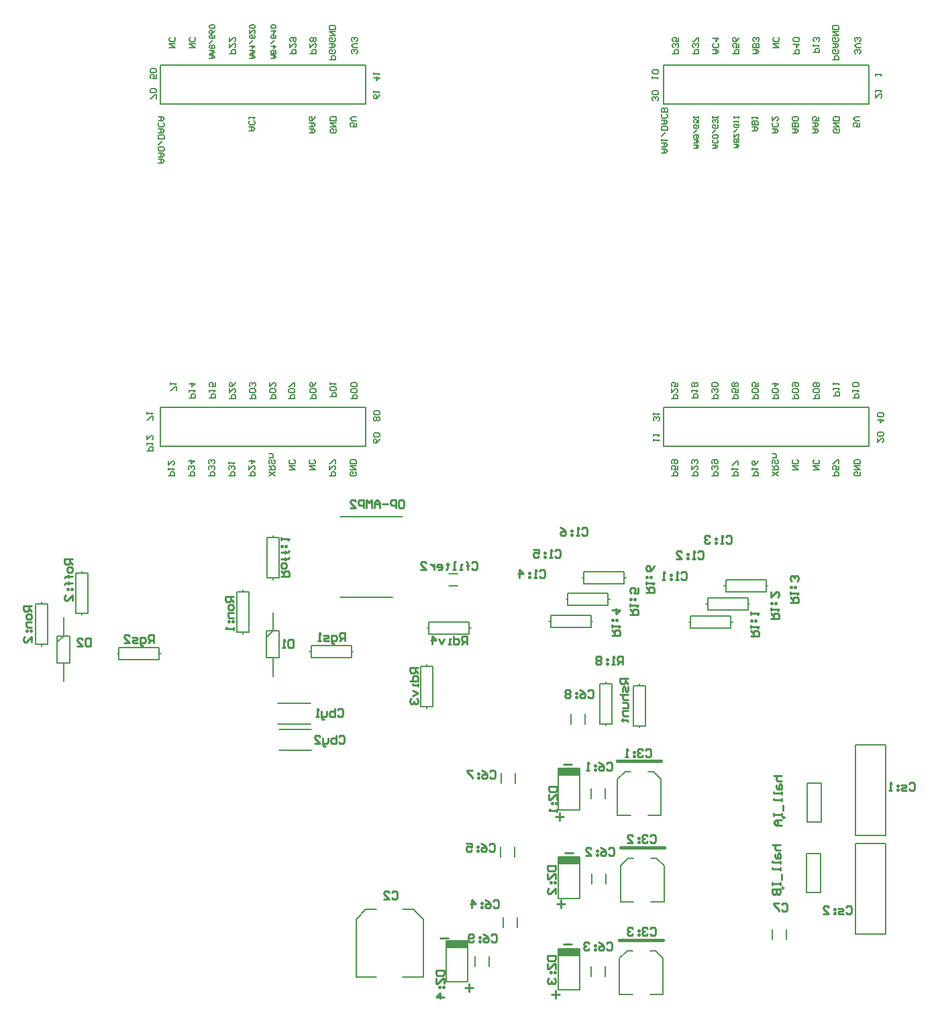
<source format=gbo>
G04*
G04 #@! TF.GenerationSoftware,Altium Limited,Altium Designer,21.2.2 (38)*
G04*
G04 Layer_Color=32896*
%FSLAX25Y25*%
%MOIN*%
G70*
G04*
G04 #@! TF.SameCoordinates,0CC3C9D5-6B2F-423D-8AA3-22EEB0D6369A*
G04*
G04*
G04 #@! TF.FilePolarity,Positive*
G04*
G01*
G75*
%ADD10C,0.00787*%
%ADD13C,0.00984*%
%ADD14C,0.01000*%
%ADD15C,0.00700*%
%ADD95C,0.01575*%
%ADD96C,0.00600*%
%ADD97R,0.10698X0.03736*%
D10*
X444512Y82827D02*
X447169D01*
X440673Y78988D02*
X444512Y82827D01*
X458488D02*
X462327Y78988D01*
X455831Y82827D02*
X458488D01*
X440673Y61173D02*
Y78988D01*
Y61173D02*
X447169D01*
X455831D02*
X462327D01*
Y78988D01*
X462000Y287250D02*
Y306750D01*
Y287250D02*
X564000D01*
Y306750D01*
X462000D02*
X564000D01*
X462000Y476750D02*
X564000D01*
Y457250D02*
Y476750D01*
X462000Y457250D02*
X564000D01*
X462000D02*
Y476750D01*
X212000Y287250D02*
Y306750D01*
X314000D01*
X212000Y287250D02*
X314000D01*
Y306750D01*
X212000Y457250D02*
Y476750D01*
X314000D01*
X212000Y457250D02*
X314000D01*
Y476750D01*
X433500Y169500D02*
X436500D01*
Y149500D02*
Y169500D01*
X430500Y149500D02*
X436500D01*
X430500D02*
Y169500D01*
X433500D01*
Y148600D02*
Y149500D01*
Y169500D02*
Y170400D01*
X450000Y168500D02*
X453000D01*
Y148500D02*
Y168500D01*
X447000Y148500D02*
X453000D01*
X447000D02*
Y168500D01*
X450000D01*
Y147600D02*
Y148500D01*
Y168500D02*
Y169400D01*
X415957Y149539D02*
Y154461D01*
X423043Y149539D02*
Y154461D01*
X533539Y100854D02*
X540461D01*
Y120146D01*
X533539D02*
X540461D01*
X533539Y100854D02*
Y120146D01*
X533039Y65854D02*
X539961D01*
Y85146D01*
X533039D02*
X539961D01*
X533039Y65854D02*
Y85146D01*
X434500Y208500D02*
Y211500D01*
X414500Y208500D02*
X434500D01*
X414500D02*
Y214500D01*
X434500D01*
Y211500D02*
Y214500D01*
X413600Y211500D02*
X414500D01*
X434500D02*
X435400D01*
X495500Y197000D02*
Y200000D01*
X475500Y197000D02*
X495500D01*
X475500D02*
Y203000D01*
X495500D01*
Y200000D02*
Y203000D01*
X474600Y200000D02*
X475500D01*
X495500D02*
X496400D01*
X504000Y206000D02*
Y209000D01*
X484000Y206000D02*
X504000D01*
X484000D02*
Y212000D01*
X504000D01*
Y209000D02*
Y212000D01*
X483100Y209000D02*
X484000D01*
X504000D02*
X504900D01*
X572500Y45000D02*
Y90000D01*
X557500Y45000D02*
X572500D01*
X557500D02*
Y90000D01*
X572500D01*
Y94000D02*
Y139000D01*
X557500Y94000D02*
X572500D01*
X557500D02*
Y139000D01*
X572500D01*
X523043Y42539D02*
Y47461D01*
X515957Y42539D02*
Y47461D01*
X442500Y222000D02*
X443400D01*
X421600D02*
X422500D01*
X442500D02*
Y225000D01*
X422500D02*
X442500D01*
X422500Y219000D02*
Y225000D01*
Y219000D02*
X442500D01*
Y222000D01*
X426000Y200500D02*
X426900D01*
X405100D02*
X406000D01*
X426000D02*
Y203500D01*
X406000D02*
X426000D01*
X406000Y197500D02*
Y203500D01*
Y197500D02*
X426000D01*
Y200500D01*
X513000Y218000D02*
X513900D01*
X492100D02*
X493000D01*
X513000D02*
Y221000D01*
X493000D02*
X513000D01*
X493000Y215000D02*
Y221000D01*
Y215000D02*
X513000D01*
Y218000D01*
X354146Y41736D02*
X364854D01*
X354146Y21264D02*
Y41736D01*
Y21264D02*
X364854D01*
Y41736D01*
X409646Y37736D02*
X420354D01*
X409646Y17264D02*
Y37736D01*
Y17264D02*
X420354D01*
Y37736D01*
X409646Y83236D02*
X420354D01*
X409646Y62764D02*
Y83236D01*
Y62764D02*
X420354D01*
Y83236D01*
X409646Y127236D02*
X420354D01*
X409646Y106764D02*
Y127236D01*
Y106764D02*
X420354D01*
Y127236D01*
X368457Y29039D02*
Y33961D01*
X375543Y29039D02*
Y33961D01*
X388543Y120039D02*
Y124961D01*
X381457Y120039D02*
Y124961D01*
X388043Y83539D02*
Y88461D01*
X380957Y83539D02*
Y88461D01*
X389543Y48539D02*
Y53461D01*
X382457Y48539D02*
Y53461D01*
X425957Y24039D02*
Y28961D01*
X433043Y24039D02*
Y28961D01*
X426457Y70039D02*
Y74961D01*
X433543Y70039D02*
Y74961D01*
X425957Y112539D02*
Y117461D01*
X433043Y112539D02*
Y117461D01*
X461827Y15173D02*
Y32988D01*
X455331Y15173D02*
X461827D01*
X440173D02*
X446669D01*
X440173D02*
Y32988D01*
X455331Y36827D02*
X457988D01*
X461827Y32988D01*
X440173D02*
X444012Y36827D01*
X446669D01*
X460827Y104173D02*
Y121988D01*
X454331Y104173D02*
X460827D01*
X439173D02*
X445669D01*
X439173D02*
Y121988D01*
X454331Y125827D02*
X456988D01*
X460827Y121988D01*
X439173D02*
X443012Y125827D01*
X445669D01*
X332496Y23768D02*
X342732D01*
X309268Y23768D02*
X319504D01*
X342732Y23768D02*
Y52311D01*
X332496Y57232D02*
X337811D01*
X309268Y23768D02*
Y52311D01*
X314189Y57232D02*
X319504D01*
X337811D02*
X342732Y52311D01*
X309268Y52311D02*
X314189Y57232D01*
X164000Y170642D02*
Y179795D01*
Y193181D02*
Y202335D01*
X160803Y189984D02*
X164000Y193181D01*
X160803D02*
X167197D01*
Y179795D02*
Y193181D01*
X160803Y179795D02*
X167197D01*
X160803D02*
Y193181D01*
X268000Y173165D02*
Y182319D01*
Y195705D02*
Y204858D01*
X264803Y192508D02*
X268000Y195705D01*
X264803D02*
X271197D01*
Y182319D02*
Y195705D01*
X264803Y182319D02*
X271197D01*
X264803D02*
Y195705D01*
X173000Y203600D02*
Y204500D01*
Y224500D02*
Y225400D01*
Y204500D02*
X176000D01*
Y224500D01*
X170000D02*
X176000D01*
X170000Y204500D02*
Y224500D01*
Y204500D02*
X173000D01*
X307000Y185500D02*
X307900D01*
X286100D02*
X287000D01*
X307000D02*
Y188500D01*
X287000D02*
X307000D01*
X287000Y182500D02*
Y188500D01*
Y182500D02*
X307000D01*
Y185500D01*
X253000Y194100D02*
Y195000D01*
Y215000D02*
Y215900D01*
Y195000D02*
X256000D01*
Y215000D01*
X250000D02*
X256000D01*
X250000Y195000D02*
Y215000D01*
Y195000D02*
X253000D01*
X268000Y221100D02*
Y222000D01*
Y242000D02*
Y242900D01*
Y222000D02*
X271000D01*
Y242000D01*
X265000D02*
X271000D01*
X265000Y222000D02*
Y242000D01*
Y222000D02*
X268000D01*
X153000Y188100D02*
Y189000D01*
Y209000D02*
Y209900D01*
Y189000D02*
X156000D01*
Y209000D01*
X150000D02*
X156000D01*
X150000Y189000D02*
Y209000D01*
Y189000D02*
X153000D01*
X211500Y184500D02*
X212400D01*
X190600D02*
X191500D01*
X211500D02*
Y187500D01*
X191500D02*
X211500D01*
X191500Y181500D02*
Y187500D01*
Y181500D02*
X211500D01*
Y184500D01*
X301508Y212500D02*
X327492D01*
X301508Y252500D02*
X332354D01*
X355335Y218047D02*
X359665D01*
X355335Y223953D02*
X359665D01*
X365500Y197000D02*
X366400D01*
X344600D02*
X345500D01*
X365500D02*
Y200000D01*
X345500D02*
X365500D01*
X345500Y194000D02*
Y200000D01*
Y194000D02*
X365500D01*
Y197000D01*
X344500Y157100D02*
Y158000D01*
Y178000D02*
Y178900D01*
Y158000D02*
X347500D01*
Y178000D01*
X341500D02*
X347500D01*
X341500Y158000D02*
Y178000D01*
Y158000D02*
X344500D01*
X270917Y136370D02*
X287083D01*
X270917Y146630D02*
X287083D01*
X270417Y149370D02*
X286583D01*
X270417Y159630D02*
X286583D01*
D13*
X522335Y103000D02*
G03*
X522335Y103000I-492J0D01*
G01*
X521835Y68000D02*
G03*
X521835Y68000I-492J0D01*
G01*
D14*
X351000Y43000D02*
X354999D01*
X363500Y18499D02*
X367499D01*
X365499Y20499D02*
Y16500D01*
X408500Y103499D02*
X412499D01*
X410499Y105499D02*
Y101500D01*
X409000Y59999D02*
X412999D01*
X410999Y61999D02*
Y58000D01*
X406500Y14999D02*
X410499D01*
X408499Y16999D02*
Y13000D01*
X412500Y40000D02*
X416499D01*
X412500Y129500D02*
X416499D01*
X413000Y85500D02*
X416999D01*
X444499Y172163D02*
X440501D01*
Y170164D01*
X441167Y169497D01*
X442500D01*
X443166Y170164D01*
Y172163D01*
Y170830D02*
X444499Y169497D01*
Y168165D02*
Y166165D01*
X443833Y165499D01*
X443166Y166165D01*
Y167498D01*
X442500Y168165D01*
X441834Y167498D01*
Y165499D01*
X440501Y164166D02*
X444499D01*
X442500D01*
X441834Y163499D01*
Y162167D01*
X442500Y161500D01*
X444499D01*
X441834Y160167D02*
X443833D01*
X444499Y159501D01*
Y157501D01*
X441834D01*
X444499Y156168D02*
X441834D01*
Y154169D01*
X442500Y153503D01*
X444499D01*
X441167Y151503D02*
X441834D01*
Y152170D01*
Y150837D01*
Y151503D01*
X443833D01*
X444499Y150837D01*
X147999Y207997D02*
X144001D01*
Y205998D01*
X144667Y205331D01*
X146000D01*
X146667Y205998D01*
Y207997D01*
Y206664D02*
X147999Y205331D01*
Y203332D02*
Y201999D01*
X147333Y201333D01*
X146000D01*
X145334Y201999D01*
Y203332D01*
X146000Y203998D01*
X147333D01*
X147999Y203332D01*
Y200000D02*
X145334D01*
Y198000D01*
X146000Y197334D01*
X147999D01*
X145334Y196001D02*
Y195334D01*
X146000D01*
Y196001D01*
X145334D01*
X147333D02*
Y195334D01*
X147999D01*
Y196001D01*
X147333D01*
X147999Y190003D02*
Y192669D01*
X145334Y190003D01*
X144667D01*
X144001Y190669D01*
Y192002D01*
X144667Y192669D01*
X248499Y212831D02*
X244501D01*
Y210831D01*
X245167Y210165D01*
X246500D01*
X247166Y210831D01*
Y212831D01*
Y211498D02*
X248499Y210165D01*
Y208166D02*
Y206833D01*
X247833Y206166D01*
X246500D01*
X245834Y206833D01*
Y208166D01*
X246500Y208832D01*
X247833D01*
X248499Y208166D01*
Y204833D02*
X245834D01*
Y202834D01*
X246500Y202167D01*
X248499D01*
X245834Y200834D02*
Y200168D01*
X246500D01*
Y200834D01*
X245834D01*
X247833D02*
Y200168D01*
X248499D01*
Y200834D01*
X247833D01*
X248499Y197502D02*
Y196169D01*
Y196836D01*
X244501D01*
X245167Y197502D01*
X168499Y231330D02*
X164501D01*
Y229331D01*
X165167Y228664D01*
X166500D01*
X167166Y229331D01*
Y231330D01*
Y229997D02*
X168499Y228664D01*
Y226665D02*
Y225332D01*
X167833Y224665D01*
X166500D01*
X165833Y225332D01*
Y226665D01*
X166500Y227331D01*
X167833D01*
X168499Y226665D01*
Y222666D02*
X165167D01*
X166500D01*
Y223333D01*
Y222000D01*
Y222666D01*
X165167D01*
X164501Y222000D01*
X168499Y219334D02*
X165167D01*
X166500D01*
Y220000D01*
Y218667D01*
Y219334D01*
X165167D01*
X164501Y218667D01*
X165833Y216668D02*
Y216002D01*
X166500D01*
Y216668D01*
X165833D01*
X167833D02*
Y216002D01*
X168499D01*
Y216668D01*
X167833D01*
X168499Y210670D02*
Y213336D01*
X165833Y210670D01*
X165167D01*
X164501Y211336D01*
Y212669D01*
X165167Y213336D01*
X272001Y222836D02*
X275999D01*
Y224836D01*
X275333Y225502D01*
X274000D01*
X273334Y224836D01*
Y222836D01*
Y224169D02*
X272001Y225502D01*
Y227502D02*
Y228835D01*
X272667Y229501D01*
X274000D01*
X274666Y228835D01*
Y227502D01*
X274000Y226835D01*
X272667D01*
X272001Y227502D01*
Y231500D02*
X275333D01*
X274000D01*
Y230834D01*
Y232167D01*
Y231500D01*
X275333D01*
X275999Y232167D01*
X272001Y234833D02*
X275333D01*
X274000D01*
Y234166D01*
Y235499D01*
Y234833D01*
X275333D01*
X275999Y235499D01*
X274666Y237498D02*
Y238165D01*
X274000D01*
Y237498D01*
X274666D01*
X272667D02*
Y238165D01*
X272001D01*
Y237498D01*
X272667D01*
X272001Y240831D02*
Y242163D01*
Y241497D01*
X275999D01*
X275333Y240831D01*
X208831Y189667D02*
Y193666D01*
X206832D01*
X206165Y192999D01*
Y191666D01*
X206832Y191000D01*
X208831D01*
X207498D02*
X206165Y189667D01*
X203499Y188334D02*
X202833D01*
X202167Y189001D01*
Y192333D01*
X204166D01*
X204832Y191666D01*
Y190333D01*
X204166Y189667D01*
X202167D01*
X200834D02*
X198834D01*
X198168Y190333D01*
X198834Y191000D01*
X200167D01*
X200834Y191666D01*
X200167Y192333D01*
X198168D01*
X194169Y189667D02*
X196835D01*
X194169Y192333D01*
Y192999D01*
X194835Y193666D01*
X196168D01*
X196835Y192999D01*
X303664Y190667D02*
Y194666D01*
X301665D01*
X300999Y193999D01*
Y192666D01*
X301665Y192000D01*
X303664D01*
X302332D02*
X300999Y190667D01*
X298333Y189334D02*
X297666D01*
X297000Y190001D01*
Y193333D01*
X298999D01*
X299666Y192666D01*
Y191333D01*
X298999Y190667D01*
X297000D01*
X295667D02*
X293668D01*
X293001Y191333D01*
X293668Y192000D01*
X295001D01*
X295667Y192666D01*
X295001Y193333D01*
X293001D01*
X291668Y190667D02*
X290335D01*
X291002D01*
Y194666D01*
X291668Y193999D01*
X364497Y189001D02*
Y192999D01*
X362498D01*
X361831Y192333D01*
Y191000D01*
X362498Y190333D01*
X364497D01*
X363164D02*
X361831Y189001D01*
X357833Y192999D02*
Y189001D01*
X359832D01*
X360498Y189667D01*
Y191000D01*
X359832Y191666D01*
X357833D01*
X356500Y189001D02*
X355167D01*
X355833D01*
Y191666D01*
X356500D01*
X353167D02*
X351835Y189001D01*
X350502Y191666D01*
X347169Y189001D02*
Y192999D01*
X349169Y191000D01*
X346503D01*
X339999Y177497D02*
X336001D01*
Y175498D01*
X336667Y174831D01*
X338000D01*
X338666Y175498D01*
Y177497D01*
Y176164D02*
X339999Y174831D01*
X336001Y170833D02*
X339999D01*
Y172832D01*
X339333Y173498D01*
X338000D01*
X337334Y172832D01*
Y170833D01*
X339999Y169500D02*
Y168167D01*
Y168833D01*
X337334D01*
Y169500D01*
Y166167D02*
X339999Y164834D01*
X337334Y163502D01*
X336667Y162169D02*
X336001Y161502D01*
Y160169D01*
X336667Y159503D01*
X337334D01*
X338000Y160169D01*
Y160836D01*
Y160169D01*
X338666Y159503D01*
X339333D01*
X339999Y160169D01*
Y161502D01*
X339333Y162169D01*
X441665Y179001D02*
Y182999D01*
X439665D01*
X438999Y182333D01*
Y181000D01*
X439665Y180333D01*
X441665D01*
X440332D02*
X438999Y179001D01*
X437666D02*
X436333D01*
X436999D01*
Y182999D01*
X437666Y182333D01*
X434334Y181667D02*
X433667D01*
Y181000D01*
X434334D01*
Y181667D01*
Y179667D02*
X433667D01*
Y179001D01*
X434334D01*
Y179667D01*
X431001Y182333D02*
X430335Y182999D01*
X429002D01*
X428336Y182333D01*
Y181667D01*
X429002Y181000D01*
X428336Y180333D01*
Y179667D01*
X429002Y179001D01*
X430335D01*
X431001Y179667D01*
Y180333D01*
X430335Y181000D01*
X431001Y181667D01*
Y182333D01*
X430335Y181000D02*
X429002D01*
X453501Y214836D02*
X457499D01*
Y216835D01*
X456833Y217501D01*
X455500D01*
X454834Y216835D01*
Y214836D01*
Y216168D02*
X453501Y217501D01*
Y218834D02*
Y220167D01*
Y219501D01*
X457499D01*
X456833Y218834D01*
X456166Y222166D02*
Y222833D01*
X455500D01*
Y222166D01*
X456166D01*
X454167D02*
Y222833D01*
X453501D01*
Y222166D01*
X454167D01*
X457499Y228165D02*
X456833Y226832D01*
X455500Y225499D01*
X454167D01*
X453501Y226165D01*
Y227498D01*
X454167Y228165D01*
X454834D01*
X455500Y227498D01*
Y225499D01*
X445501Y203836D02*
X449499D01*
Y205835D01*
X448833Y206501D01*
X447500D01*
X446834Y205835D01*
Y203836D01*
Y205168D02*
X445501Y206501D01*
Y207834D02*
Y209167D01*
Y208501D01*
X449499D01*
X448833Y207834D01*
X448166Y211167D02*
Y211833D01*
X447500D01*
Y211167D01*
X448166D01*
X446167D02*
Y211833D01*
X445501D01*
Y211167D01*
X446167D01*
X449499Y217164D02*
Y214499D01*
X447500D01*
X448166Y215832D01*
Y216498D01*
X447500Y217164D01*
X446167D01*
X445501Y216498D01*
Y215165D01*
X446167Y214499D01*
X436501Y193335D02*
X440499D01*
Y195335D01*
X439833Y196001D01*
X438500D01*
X437834Y195335D01*
Y193335D01*
Y194668D02*
X436501Y196001D01*
Y197334D02*
Y198667D01*
Y198001D01*
X440499D01*
X439833Y197334D01*
X439166Y200666D02*
Y201333D01*
X438500D01*
Y200666D01*
X439166D01*
X437167D02*
Y201333D01*
X436501D01*
Y200666D01*
X437167D01*
X436501Y205998D02*
X440499D01*
X438500Y203999D01*
Y206664D01*
X525001Y209836D02*
X528999D01*
Y211835D01*
X528333Y212501D01*
X527000D01*
X526334Y211835D01*
Y209836D01*
Y211168D02*
X525001Y212501D01*
Y213834D02*
Y215167D01*
Y214501D01*
X528999D01*
X528333Y213834D01*
X527666Y217166D02*
Y217833D01*
X527000D01*
Y217166D01*
X527666D01*
X525667D02*
Y217833D01*
X525001D01*
Y217166D01*
X525667D01*
X528333Y220499D02*
X528999Y221165D01*
Y222498D01*
X528333Y223165D01*
X527666D01*
X527000Y222498D01*
Y221832D01*
Y222498D01*
X526334Y223165D01*
X525667D01*
X525001Y222498D01*
Y221165D01*
X525667Y220499D01*
X515501Y201835D02*
X519499D01*
Y203835D01*
X518833Y204501D01*
X517500D01*
X516834Y203835D01*
Y201835D01*
Y203168D02*
X515501Y204501D01*
Y205834D02*
Y207167D01*
Y206501D01*
X519499D01*
X518833Y205834D01*
X518166Y209167D02*
Y209833D01*
X517500D01*
Y209167D01*
X518166D01*
X516167D02*
Y209833D01*
X515501D01*
Y209167D01*
X516167D01*
X515501Y215164D02*
Y212499D01*
X518166Y215164D01*
X518833D01*
X519499Y214498D01*
Y213165D01*
X518833Y212499D01*
X505501Y193002D02*
X509499D01*
Y195001D01*
X508833Y195668D01*
X507500D01*
X506834Y195001D01*
Y193002D01*
Y194335D02*
X505501Y195668D01*
Y197001D02*
Y198334D01*
Y197667D01*
X509499D01*
X508833Y197001D01*
X508166Y200333D02*
Y200999D01*
X507500D01*
Y200333D01*
X508166D01*
X506167D02*
Y200999D01*
X505501D01*
Y200333D01*
X506167D01*
X505501Y203665D02*
Y204998D01*
Y204332D01*
X509499D01*
X508833Y203665D01*
X331101Y260599D02*
X332434D01*
X333100Y259932D01*
Y257266D01*
X332434Y256600D01*
X331101D01*
X330434Y257266D01*
Y259932D01*
X331101Y260599D01*
X329101Y256600D02*
Y260599D01*
X327102D01*
X326435Y259932D01*
Y258599D01*
X327102Y257933D01*
X329101D01*
X325103Y258599D02*
X322437D01*
X321104Y256600D02*
Y259266D01*
X319771Y260599D01*
X318438Y259266D01*
Y256600D01*
Y258599D01*
X321104D01*
X317105Y256600D02*
Y260599D01*
X315772Y259266D01*
X314439Y260599D01*
Y256600D01*
X313106D02*
Y260599D01*
X311107D01*
X310441Y259932D01*
Y258599D01*
X311107Y257933D01*
X313106D01*
X306442Y256600D02*
X309108D01*
X306442Y259266D01*
Y259932D01*
X307108Y260599D01*
X308441D01*
X309108Y259932D01*
X516167Y89329D02*
X520166D01*
X518167D01*
X517500Y88663D01*
Y87330D01*
X518167Y86664D01*
X520166D01*
X517500Y84664D02*
Y83331D01*
X518167Y82665D01*
X520166D01*
Y84664D01*
X519500Y85331D01*
X518833Y84664D01*
Y82665D01*
X520166Y81332D02*
Y79999D01*
Y80665D01*
X516167D01*
Y81332D01*
X520166Y78000D02*
Y76667D01*
Y77333D01*
X516167D01*
Y78000D01*
X520833Y74667D02*
Y72002D01*
X516167Y70669D02*
Y69336D01*
Y70002D01*
X520166D01*
Y70669D01*
Y69336D01*
X516167Y67336D02*
X520166D01*
Y65337D01*
X519500Y64671D01*
X518833D01*
X518167Y65337D01*
Y67336D01*
Y65337D01*
X517500Y64671D01*
X516834D01*
X516167Y65337D01*
Y67336D01*
X516667Y123829D02*
X520666D01*
X518667D01*
X518000Y123163D01*
Y121830D01*
X518667Y121164D01*
X520666D01*
X518000Y119164D02*
Y117831D01*
X518667Y117165D01*
X520666D01*
Y119164D01*
X520000Y119831D01*
X519333Y119164D01*
Y117165D01*
X520666Y115832D02*
Y114499D01*
Y115165D01*
X516667D01*
Y115832D01*
X520666Y112500D02*
Y111167D01*
Y111833D01*
X516667D01*
Y112500D01*
X521333Y109167D02*
Y106502D01*
X516667Y105169D02*
Y103836D01*
Y104502D01*
X520666D01*
Y105169D01*
Y103836D01*
Y101836D02*
X518000D01*
X516667Y100504D01*
X518000Y99171D01*
X520666D01*
X518667D01*
Y101836D01*
X349001Y26998D02*
X352999D01*
Y24998D01*
X352333Y24332D01*
X349667D01*
X349001Y24998D01*
Y26998D01*
Y22999D02*
Y20333D01*
X349667D01*
X352333Y22999D01*
X352999D01*
Y20333D01*
X350333Y19000D02*
Y18334D01*
X351000D01*
Y19000D01*
X350333D01*
X352333D02*
Y18334D01*
X352999D01*
Y19000D01*
X352333D01*
X352999Y13669D02*
X349001D01*
X351000Y15668D01*
Y13002D01*
X404501Y34498D02*
X408499D01*
Y32498D01*
X407833Y31832D01*
X405167D01*
X404501Y32498D01*
Y34498D01*
Y30499D02*
Y27833D01*
X405167D01*
X407833Y30499D01*
X408499D01*
Y27833D01*
X405833Y26500D02*
Y25834D01*
X406500D01*
Y26500D01*
X405833D01*
X407833D02*
Y25834D01*
X408499D01*
Y26500D01*
X407833D01*
X405167Y23168D02*
X404501Y22502D01*
Y21169D01*
X405167Y20502D01*
X405833D01*
X406500Y21169D01*
Y21835D01*
Y21169D01*
X407166Y20502D01*
X407833D01*
X408499Y21169D01*
Y22502D01*
X407833Y23168D01*
X404501Y78998D02*
X408499D01*
Y76998D01*
X407833Y76332D01*
X405167D01*
X404501Y76998D01*
Y78998D01*
Y74999D02*
Y72333D01*
X405167D01*
X407833Y74999D01*
X408499D01*
Y72333D01*
X405833Y71000D02*
Y70334D01*
X406500D01*
Y71000D01*
X405833D01*
X407833D02*
Y70334D01*
X408499D01*
Y71000D01*
X407833D01*
X408499Y65002D02*
Y67668D01*
X405833Y65002D01*
X405167D01*
X404501Y65669D01*
Y67002D01*
X405167Y67668D01*
X405001Y118331D02*
X408999D01*
Y116332D01*
X408333Y115665D01*
X405667D01*
X405001Y116332D01*
Y118331D01*
Y114333D02*
Y111667D01*
X405667D01*
X408333Y114333D01*
X408999D01*
Y111667D01*
X406334Y110334D02*
Y109667D01*
X407000D01*
Y110334D01*
X406334D01*
X408333D02*
Y109667D01*
X408999D01*
Y110334D01*
X408333D01*
X408999Y107002D02*
Y105669D01*
Y106335D01*
X405001D01*
X405667Y107002D01*
X177332Y191999D02*
Y188001D01*
X175333D01*
X174667Y188667D01*
Y191333D01*
X175333Y191999D01*
X177332D01*
X170668Y188001D02*
X173334D01*
X170668Y190666D01*
Y191333D01*
X171334Y191999D01*
X172667D01*
X173334Y191333D01*
X278166Y191499D02*
Y187501D01*
X276166D01*
X275500Y188167D01*
Y190833D01*
X276166Y191499D01*
X278166D01*
X274167Y187501D02*
X272834D01*
X273501D01*
Y191499D01*
X274167Y190833D01*
X552832Y58333D02*
X553498Y58999D01*
X554831D01*
X555498Y58333D01*
Y55667D01*
X554831Y55001D01*
X553498D01*
X552832Y55667D01*
X551499Y55001D02*
X549500D01*
X548833Y55667D01*
X549500Y56334D01*
X550833D01*
X551499Y57000D01*
X550833Y57666D01*
X548833D01*
X547500D02*
X546834D01*
Y57000D01*
X547500D01*
Y57666D01*
Y55667D02*
X546834D01*
Y55001D01*
X547500D01*
Y55667D01*
X541502Y55001D02*
X544168D01*
X541502Y57666D01*
Y58333D01*
X542169Y58999D01*
X543502D01*
X544168Y58333D01*
X584165Y119833D02*
X584832Y120499D01*
X586165D01*
X586831Y119833D01*
Y117167D01*
X586165Y116501D01*
X584832D01*
X584165Y117167D01*
X582833Y116501D02*
X580833D01*
X580167Y117167D01*
X580833Y117833D01*
X582166D01*
X582833Y118500D01*
X582166Y119167D01*
X580167D01*
X578834D02*
X578167D01*
Y118500D01*
X578834D01*
Y119167D01*
Y117167D02*
X578167D01*
Y116501D01*
X578834D01*
Y117167D01*
X575502Y116501D02*
X574169D01*
X574835D01*
Y120499D01*
X575502Y119833D01*
X366830Y229333D02*
X367496Y229999D01*
X368829D01*
X369496Y229333D01*
Y226667D01*
X368829Y226001D01*
X367496D01*
X366830Y226667D01*
X364830Y226001D02*
Y229333D01*
Y228000D01*
X365497D01*
X364164D01*
X364830D01*
Y229333D01*
X364164Y229999D01*
X362164Y226001D02*
X360832D01*
X361498D01*
Y228666D01*
X362164D01*
X358832Y226001D02*
X357499D01*
X358166D01*
Y229999D01*
X358832D01*
X354834Y229333D02*
Y228666D01*
X355500D01*
X354167D01*
X354834D01*
Y226667D01*
X354167Y226001D01*
X350168D02*
X351501D01*
X352168Y226667D01*
Y228000D01*
X351501Y228666D01*
X350168D01*
X349502Y228000D01*
Y227334D01*
X352168D01*
X348169Y228666D02*
Y226001D01*
Y227334D01*
X347503Y228000D01*
X346836Y228666D01*
X346170D01*
X341505Y226001D02*
X344170D01*
X341505Y228666D01*
Y229333D01*
X342171Y229999D01*
X343504D01*
X344170Y229333D01*
X300665Y142999D02*
X301332Y143666D01*
X302664D01*
X303331Y142999D01*
Y140333D01*
X302664Y139667D01*
X301332D01*
X300665Y140333D01*
X299332Y143666D02*
Y139667D01*
X297333D01*
X296666Y140333D01*
Y141000D01*
Y141666D01*
X297333Y142333D01*
X299332D01*
X295334D02*
Y140333D01*
X294667Y139667D01*
X292668D01*
Y139001D01*
X293334Y138334D01*
X294001D01*
X292668Y139667D02*
Y142333D01*
X288669Y139667D02*
X291335D01*
X288669Y142333D01*
Y142999D01*
X289335Y143666D01*
X290668D01*
X291335Y142999D01*
X299999Y156499D02*
X300665Y157166D01*
X301998D01*
X302664Y156499D01*
Y153833D01*
X301998Y153167D01*
X300665D01*
X299999Y153833D01*
X298666Y157166D02*
Y153167D01*
X296666D01*
X296000Y153833D01*
Y154500D01*
Y155166D01*
X296666Y155833D01*
X298666D01*
X294667D02*
Y153833D01*
X294001Y153167D01*
X292001D01*
Y152501D01*
X292668Y151834D01*
X293334D01*
X292001Y153167D02*
Y155833D01*
X290668Y153167D02*
X289335D01*
X290002D01*
Y157166D01*
X290668Y156499D01*
X520666Y59833D02*
X521333Y60499D01*
X522666D01*
X523332Y59833D01*
Y57167D01*
X522666Y56501D01*
X521333D01*
X520666Y57167D01*
X519334Y60499D02*
X516668D01*
Y59833D01*
X519334Y57167D01*
Y56501D01*
X376332Y44333D02*
X376998Y44999D01*
X378331D01*
X378998Y44333D01*
Y41667D01*
X378331Y41001D01*
X376998D01*
X376332Y41667D01*
X372333Y44999D02*
X373666Y44333D01*
X374999Y43000D01*
Y41667D01*
X374333Y41001D01*
X373000D01*
X372333Y41667D01*
Y42334D01*
X373000Y43000D01*
X374999D01*
X371000Y43666D02*
X370334D01*
Y43000D01*
X371000D01*
Y43666D01*
Y41667D02*
X370334D01*
Y41001D01*
X371000D01*
Y41667D01*
X367668D02*
X367002Y41001D01*
X365669D01*
X365002Y41667D01*
Y44333D01*
X365669Y44999D01*
X367002D01*
X367668Y44333D01*
Y43666D01*
X367002Y43000D01*
X365002D01*
X424332Y165833D02*
X424998Y166499D01*
X426331D01*
X426998Y165833D01*
Y163167D01*
X426331Y162501D01*
X424998D01*
X424332Y163167D01*
X420333Y166499D02*
X421666Y165833D01*
X422999Y164500D01*
Y163167D01*
X422333Y162501D01*
X421000D01*
X420333Y163167D01*
Y163833D01*
X421000Y164500D01*
X422999D01*
X419000Y165166D02*
X418334D01*
Y164500D01*
X419000D01*
Y165166D01*
Y163167D02*
X418334D01*
Y162501D01*
X419000D01*
Y163167D01*
X415668Y165833D02*
X415002Y166499D01*
X413669D01*
X413002Y165833D01*
Y165166D01*
X413669Y164500D01*
X413002Y163833D01*
Y163167D01*
X413669Y162501D01*
X415002D01*
X415668Y163167D01*
Y163833D01*
X415002Y164500D01*
X415668Y165166D01*
Y165833D01*
X415002Y164500D02*
X413669D01*
X375832Y125833D02*
X376498Y126499D01*
X377831D01*
X378498Y125833D01*
Y123167D01*
X377831Y122501D01*
X376498D01*
X375832Y123167D01*
X371833Y126499D02*
X373166Y125833D01*
X374499Y124500D01*
Y123167D01*
X373833Y122501D01*
X372500D01*
X371833Y123167D01*
Y123834D01*
X372500Y124500D01*
X374499D01*
X370500Y125166D02*
X369834D01*
Y124500D01*
X370500D01*
Y125166D01*
Y123167D02*
X369834D01*
Y122501D01*
X370500D01*
Y123167D01*
X367168Y126499D02*
X364502D01*
Y125833D01*
X367168Y123167D01*
Y122501D01*
X375332Y89333D02*
X375998Y89999D01*
X377331D01*
X377998Y89333D01*
Y86667D01*
X377331Y86001D01*
X375998D01*
X375332Y86667D01*
X371333Y89999D02*
X372666Y89333D01*
X373999Y88000D01*
Y86667D01*
X373333Y86001D01*
X372000D01*
X371333Y86667D01*
Y87334D01*
X372000Y88000D01*
X373999D01*
X370000Y88666D02*
X369334D01*
Y88000D01*
X370000D01*
Y88666D01*
Y86667D02*
X369334D01*
Y86001D01*
X370000D01*
Y86667D01*
X364002Y89999D02*
X366668D01*
Y88000D01*
X365335Y88666D01*
X364669D01*
X364002Y88000D01*
Y86667D01*
X364669Y86001D01*
X366002D01*
X366668Y86667D01*
X377332Y61333D02*
X377998Y61999D01*
X379331D01*
X379998Y61333D01*
Y58667D01*
X379331Y58001D01*
X377998D01*
X377332Y58667D01*
X373333Y61999D02*
X374666Y61333D01*
X375999Y60000D01*
Y58667D01*
X375333Y58001D01*
X374000D01*
X373333Y58667D01*
Y59334D01*
X374000Y60000D01*
X375999D01*
X372000Y60666D02*
X371334D01*
Y60000D01*
X372000D01*
Y60666D01*
Y58667D02*
X371334D01*
Y58001D01*
X372000D01*
Y58667D01*
X366669Y58001D02*
Y61999D01*
X368668Y60000D01*
X366002D01*
X433832Y40333D02*
X434498Y40999D01*
X435831D01*
X436498Y40333D01*
Y37667D01*
X435831Y37001D01*
X434498D01*
X433832Y37667D01*
X429833Y40999D02*
X431166Y40333D01*
X432499Y39000D01*
Y37667D01*
X431833Y37001D01*
X430500D01*
X429833Y37667D01*
Y38334D01*
X430500Y39000D01*
X432499D01*
X428500Y39666D02*
X427834D01*
Y39000D01*
X428500D01*
Y39666D01*
Y37667D02*
X427834D01*
Y37001D01*
X428500D01*
Y37667D01*
X425168Y40333D02*
X424502Y40999D01*
X423169D01*
X422502Y40333D01*
Y39666D01*
X423169Y39000D01*
X423835D01*
X423169D01*
X422502Y38334D01*
Y37667D01*
X423169Y37001D01*
X424502D01*
X425168Y37667D01*
X434832Y87333D02*
X435498Y87999D01*
X436831D01*
X437498Y87333D01*
Y84667D01*
X436831Y84001D01*
X435498D01*
X434832Y84667D01*
X430833Y87999D02*
X432166Y87333D01*
X433499Y86000D01*
Y84667D01*
X432833Y84001D01*
X431500D01*
X430833Y84667D01*
Y85334D01*
X431500Y86000D01*
X433499D01*
X429500Y86666D02*
X428834D01*
Y86000D01*
X429500D01*
Y86666D01*
Y84667D02*
X428834D01*
Y84001D01*
X429500D01*
Y84667D01*
X423502Y84001D02*
X426168D01*
X423502Y86666D01*
Y87333D01*
X424169Y87999D01*
X425502D01*
X426168Y87333D01*
X433666Y129833D02*
X434332Y130499D01*
X435665D01*
X436331Y129833D01*
Y127167D01*
X435665Y126501D01*
X434332D01*
X433666Y127167D01*
X429667Y130499D02*
X431000Y129833D01*
X432333Y128500D01*
Y127167D01*
X431666Y126501D01*
X430333D01*
X429667Y127167D01*
Y127833D01*
X430333Y128500D01*
X432333D01*
X428334Y129166D02*
X427667D01*
Y128500D01*
X428334D01*
Y129166D01*
Y127167D02*
X427667D01*
Y126501D01*
X428334D01*
Y127167D01*
X425002Y126501D02*
X423669D01*
X424335D01*
Y130499D01*
X425002Y129833D01*
X455332Y47833D02*
X455998Y48499D01*
X457331D01*
X457998Y47833D01*
Y45167D01*
X457331Y44501D01*
X455998D01*
X455332Y45167D01*
X453999Y47833D02*
X453333Y48499D01*
X452000D01*
X451333Y47833D01*
Y47166D01*
X452000Y46500D01*
X452666D01*
X452000D01*
X451333Y45834D01*
Y45167D01*
X452000Y44501D01*
X453333D01*
X453999Y45167D01*
X450000Y47166D02*
X449334D01*
Y46500D01*
X450000D01*
Y47166D01*
Y45167D02*
X449334D01*
Y44501D01*
X450000D01*
Y45167D01*
X446668Y47833D02*
X446002Y48499D01*
X444669D01*
X444002Y47833D01*
Y47166D01*
X444669Y46500D01*
X445335D01*
X444669D01*
X444002Y45834D01*
Y45167D01*
X444669Y44501D01*
X446002D01*
X446668Y45167D01*
X455332Y93833D02*
X455998Y94499D01*
X457331D01*
X457998Y93833D01*
Y91167D01*
X457331Y90501D01*
X455998D01*
X455332Y91167D01*
X453999Y93833D02*
X453333Y94499D01*
X452000D01*
X451333Y93833D01*
Y93166D01*
X452000Y92500D01*
X452666D01*
X452000D01*
X451333Y91834D01*
Y91167D01*
X452000Y90501D01*
X453333D01*
X453999Y91167D01*
X450000Y93166D02*
X449334D01*
Y92500D01*
X450000D01*
Y93166D01*
Y91167D02*
X449334D01*
Y90501D01*
X450000D01*
Y91167D01*
X444002Y90501D02*
X446668D01*
X444002Y93166D01*
Y93833D01*
X444669Y94499D01*
X446002D01*
X446668Y93833D01*
X453165Y136333D02*
X453832Y136999D01*
X455165D01*
X455831Y136333D01*
Y133667D01*
X455165Y133001D01*
X453832D01*
X453165Y133667D01*
X451833Y136333D02*
X451166Y136999D01*
X449833D01*
X449167Y136333D01*
Y135667D01*
X449833Y135000D01*
X450500D01*
X449833D01*
X449167Y134334D01*
Y133667D01*
X449833Y133001D01*
X451166D01*
X451833Y133667D01*
X447834Y135667D02*
X447167D01*
Y135000D01*
X447834D01*
Y135667D01*
Y133667D02*
X447167D01*
Y133001D01*
X447834D01*
Y133667D01*
X444502Y133001D02*
X443169D01*
X443835D01*
Y136999D01*
X444502Y136333D01*
X327166Y65833D02*
X327833Y66499D01*
X329166D01*
X329832Y65833D01*
Y63167D01*
X329166Y62501D01*
X327833D01*
X327166Y63167D01*
X323168Y62501D02*
X325834D01*
X323168Y65166D01*
Y65833D01*
X323834Y66499D01*
X325167D01*
X325834Y65833D01*
X421499Y246333D02*
X422165Y246999D01*
X423498D01*
X424164Y246333D01*
Y243667D01*
X423498Y243001D01*
X422165D01*
X421499Y243667D01*
X420166Y243001D02*
X418833D01*
X419499D01*
Y246999D01*
X420166Y246333D01*
X416833Y245666D02*
X416167D01*
Y245000D01*
X416833D01*
Y245666D01*
Y243667D02*
X416167D01*
Y243001D01*
X416833D01*
Y243667D01*
X410836Y246999D02*
X412168Y246333D01*
X413501Y245000D01*
Y243667D01*
X412835Y243001D01*
X411502D01*
X410836Y243667D01*
Y244334D01*
X411502Y245000D01*
X413501D01*
X407999Y235333D02*
X408665Y235999D01*
X409998D01*
X410665Y235333D01*
Y232667D01*
X409998Y232001D01*
X408665D01*
X407999Y232667D01*
X406666Y232001D02*
X405333D01*
X405999D01*
Y235999D01*
X406666Y235333D01*
X403334Y234666D02*
X402667D01*
Y234000D01*
X403334D01*
Y234666D01*
Y232667D02*
X402667D01*
Y232001D01*
X403334D01*
Y232667D01*
X397336Y235999D02*
X400001D01*
Y234000D01*
X398668Y234666D01*
X398002D01*
X397336Y234000D01*
Y232667D01*
X398002Y232001D01*
X399335D01*
X400001Y232667D01*
X400499Y225333D02*
X401165Y225999D01*
X402498D01*
X403164Y225333D01*
Y222667D01*
X402498Y222001D01*
X401165D01*
X400499Y222667D01*
X399166Y222001D02*
X397833D01*
X398499D01*
Y225999D01*
X399166Y225333D01*
X395833Y224666D02*
X395167D01*
Y224000D01*
X395833D01*
Y224666D01*
Y222667D02*
X395167D01*
Y222001D01*
X395833D01*
Y222667D01*
X390502Y222001D02*
Y225999D01*
X392501Y224000D01*
X389836D01*
X492999Y242333D02*
X493665Y242999D01*
X494998D01*
X495665Y242333D01*
Y239667D01*
X494998Y239001D01*
X493665D01*
X492999Y239667D01*
X491666Y239001D02*
X490333D01*
X490999D01*
Y242999D01*
X491666Y242333D01*
X488334Y241666D02*
X487667D01*
Y241000D01*
X488334D01*
Y241666D01*
Y239667D02*
X487667D01*
Y239001D01*
X488334D01*
Y239667D01*
X485001Y242333D02*
X484335Y242999D01*
X483002D01*
X482336Y242333D01*
Y241666D01*
X483002Y241000D01*
X483668D01*
X483002D01*
X482336Y240334D01*
Y239667D01*
X483002Y239001D01*
X484335D01*
X485001Y239667D01*
X478999Y234833D02*
X479665Y235499D01*
X480998D01*
X481665Y234833D01*
Y232167D01*
X480998Y231501D01*
X479665D01*
X478999Y232167D01*
X477666Y231501D02*
X476333D01*
X476999D01*
Y235499D01*
X477666Y234833D01*
X474333Y234166D02*
X473667D01*
Y233500D01*
X474333D01*
Y234166D01*
Y232167D02*
X473667D01*
Y231501D01*
X474333D01*
Y232167D01*
X468335Y231501D02*
X471001D01*
X468335Y234166D01*
Y234833D01*
X469002Y235499D01*
X470335D01*
X471001Y234833D01*
X470832Y224333D02*
X471499Y224999D01*
X472832D01*
X473498Y224333D01*
Y221667D01*
X472832Y221001D01*
X471499D01*
X470832Y221667D01*
X469499Y221001D02*
X468166D01*
X468833D01*
Y224999D01*
X469499Y224333D01*
X466167Y223666D02*
X465501D01*
Y223000D01*
X466167D01*
Y223666D01*
Y221667D02*
X465501D01*
Y221001D01*
X466167D01*
Y221667D01*
X462835Y221001D02*
X461502D01*
X462168D01*
Y224999D01*
X462835Y224333D01*
D15*
X205500Y285188D02*
X208499D01*
Y286687D01*
X207999Y287187D01*
X206999D01*
X206500Y286687D01*
Y285188D01*
X205500Y288187D02*
Y289187D01*
Y288687D01*
X208499D01*
X207999Y288187D01*
X205500Y292686D02*
Y290686D01*
X207499Y292686D01*
X207999D01*
X208499Y292186D01*
Y291186D01*
X207999Y290686D01*
X208345Y300239D02*
Y302238D01*
X207845D01*
X205845Y300239D01*
X205346D01*
Y303238D02*
Y304238D01*
Y303738D01*
X208345D01*
X207845Y303238D01*
X308804Y274687D02*
X309304Y274187D01*
Y273188D01*
X308804Y272688D01*
X306805D01*
X306305Y273188D01*
Y274187D01*
X306805Y274687D01*
X307805D01*
Y273688D01*
X306305Y275687D02*
X309304D01*
X306305Y277686D01*
X309304D01*
Y278686D02*
X306305D01*
Y280186D01*
X306805Y280685D01*
X308804D01*
X309304Y280186D01*
Y278686D01*
X559304Y274687D02*
X559804Y274187D01*
Y273188D01*
X559304Y272688D01*
X557305D01*
X556805Y273188D01*
Y274187D01*
X557305Y274687D01*
X558305D01*
Y273688D01*
X556805Y275687D02*
X559804D01*
X556805Y277686D01*
X559804D01*
Y278686D02*
X556805D01*
Y280186D01*
X557305Y280685D01*
X559304D01*
X559804Y280186D01*
Y278686D01*
X559499Y482497D02*
X559999Y482997D01*
Y483997D01*
X559499Y484496D01*
X558999D01*
X558499Y483997D01*
Y483497D01*
Y483997D01*
X558000Y484496D01*
X557500D01*
X557000Y483997D01*
Y482997D01*
X557500Y482497D01*
X559999Y485496D02*
X558000D01*
X557000Y486496D01*
X558000Y487496D01*
X559999D01*
X559499Y488495D02*
X559999Y488995D01*
Y489995D01*
X559499Y490494D01*
X558999D01*
X558499Y489995D01*
Y489495D01*
Y489995D01*
X558000Y490494D01*
X557500D01*
X557000Y489995D01*
Y488995D01*
X557500Y488495D01*
X559304Y448158D02*
Y446159D01*
X557805D01*
X558305Y447159D01*
Y447659D01*
X557805Y448158D01*
X556805D01*
X556305Y447659D01*
Y446659D01*
X556805Y446159D01*
X559304Y449158D02*
X557305D01*
X556305Y450158D01*
X557305Y451158D01*
X559304D01*
X548999Y445159D02*
X549499Y444660D01*
Y443660D01*
X548999Y443160D01*
X547000D01*
X546500Y443660D01*
Y444660D01*
X547000Y445159D01*
X547999D01*
Y444160D01*
X546500Y446159D02*
X549499D01*
X546500Y448158D01*
X549499D01*
Y449158D02*
X546500D01*
Y450658D01*
X547000Y451158D01*
X548999D01*
X549499Y450658D01*
Y449158D01*
X309499Y482497D02*
X309999Y482997D01*
Y483997D01*
X309499Y484496D01*
X308999D01*
X308500Y483997D01*
Y483497D01*
Y483997D01*
X308000Y484496D01*
X307500D01*
X307000Y483997D01*
Y482997D01*
X307500Y482497D01*
X309999Y485496D02*
X308000D01*
X307000Y486496D01*
X308000Y487496D01*
X309999D01*
X309499Y488495D02*
X309999Y488995D01*
Y489995D01*
X309499Y490494D01*
X308999D01*
X308500Y489995D01*
Y489495D01*
Y489995D01*
X308000Y490494D01*
X307500D01*
X307000Y489995D01*
Y488995D01*
X307500Y488495D01*
X309304Y448158D02*
Y446159D01*
X307805D01*
X308305Y447159D01*
Y447659D01*
X307805Y448158D01*
X306805D01*
X306305Y447659D01*
Y446659D01*
X306805Y446159D01*
X309304Y449158D02*
X307305D01*
X306305Y450158D01*
X307305Y451158D01*
X309304D01*
X298999Y445159D02*
X299499Y444660D01*
Y443660D01*
X298999Y443160D01*
X297000D01*
X296500Y443660D01*
Y444660D01*
X297000Y445159D01*
X298000D01*
Y444160D01*
X296500Y446159D02*
X299499D01*
X296500Y448158D01*
X299499D01*
Y449158D02*
X296500D01*
Y450658D01*
X297000Y451158D01*
X298999D01*
X299499Y450658D01*
Y449158D01*
X567500Y471500D02*
Y472500D01*
Y472000D01*
X570499D01*
X569999Y471500D01*
X567500Y462499D02*
Y460500D01*
X569499Y462499D01*
X569999D01*
X570499Y462000D01*
Y461000D01*
X569999Y460500D01*
X567500Y463499D02*
Y464499D01*
Y463999D01*
X570499D01*
X569999Y463499D01*
X456500Y470000D02*
Y471000D01*
Y470500D01*
X459499D01*
X458999Y470000D01*
Y472499D02*
X459499Y472999D01*
Y473999D01*
X458999Y474499D01*
X457000D01*
X456500Y473999D01*
Y472999D01*
X457000Y472499D01*
X458999D01*
Y459000D02*
X459499Y459500D01*
Y460499D01*
X458999Y460999D01*
X458499D01*
X458000Y460499D01*
Y460000D01*
Y460499D01*
X457500Y460999D01*
X457000D01*
X456500Y460499D01*
Y459500D01*
X457000Y459000D01*
X458999Y461999D02*
X459499Y462499D01*
Y463498D01*
X458999Y463998D01*
X457000D01*
X456500Y463498D01*
Y462499D01*
X457000Y461999D01*
X458999D01*
X568305Y291499D02*
Y289500D01*
X570305Y291499D01*
X570804D01*
X571304Y291000D01*
Y290000D01*
X570804Y289500D01*
Y292499D02*
X571304Y292999D01*
Y293999D01*
X570804Y294498D01*
X568805D01*
X568305Y293999D01*
Y292999D01*
X568805Y292499D01*
X570804D01*
X568305Y300500D02*
X571304D01*
X569805Y299000D01*
Y300999D01*
X570804Y301999D02*
X571304Y302499D01*
Y303499D01*
X570804Y303998D01*
X568805D01*
X568305Y303499D01*
Y302499D01*
X568805Y301999D01*
X570804D01*
X457000Y290000D02*
Y291000D01*
Y290500D01*
X459999D01*
X459499Y290000D01*
X457000Y292499D02*
Y293499D01*
Y292999D01*
X459999D01*
X459499Y292499D01*
Y300000D02*
X459999Y300500D01*
Y301500D01*
X459499Y301999D01*
X458999D01*
X458499Y301500D01*
Y301000D01*
Y301500D01*
X458000Y301999D01*
X457500D01*
X457000Y301500D01*
Y300500D01*
X457500Y300000D01*
X457000Y302999D02*
Y303999D01*
Y303499D01*
X459999D01*
X459499Y302999D01*
X209999Y460000D02*
Y461999D01*
X209499D01*
X207500Y460000D01*
X207000D01*
X209499Y462999D02*
X209999Y463499D01*
Y464499D01*
X209499Y464998D01*
X207500D01*
X207000Y464499D01*
Y463499D01*
X207500Y462999D01*
X209499D01*
X209999Y471999D02*
Y470000D01*
X208500D01*
X208999Y471000D01*
Y471499D01*
X208500Y471999D01*
X207500D01*
X207000Y471499D01*
Y470500D01*
X207500Y470000D01*
X209499Y472999D02*
X209999Y473499D01*
Y474499D01*
X209499Y474998D01*
X207500D01*
X207000Y474499D01*
Y473499D01*
X207500Y472999D01*
X209499D01*
X320999Y461999D02*
X320499Y461000D01*
X319499Y460000D01*
X318500D01*
X318000Y460500D01*
Y461500D01*
X318500Y461999D01*
X319000D01*
X319499Y461500D01*
Y460000D01*
X318000Y462999D02*
Y463999D01*
Y463499D01*
X320999D01*
X320499Y462999D01*
X318000Y470500D02*
X320999D01*
X319499Y469000D01*
Y470999D01*
X318000Y471999D02*
Y472999D01*
Y472499D01*
X320999D01*
X320499Y471999D01*
X219999Y315016D02*
Y317016D01*
X219499D01*
X217500Y315016D01*
X217000D01*
Y318015D02*
Y319015D01*
Y318515D01*
X219999D01*
X219499Y318015D01*
X320499Y300000D02*
X320999Y300500D01*
Y301500D01*
X320499Y301999D01*
X319999D01*
X319499Y301500D01*
X319000Y301999D01*
X318500D01*
X318000Y301500D01*
Y300500D01*
X318500Y300000D01*
X319000D01*
X319499Y300500D01*
X319999Y300000D01*
X320499D01*
X319499Y300500D02*
Y301500D01*
X320499Y302999D02*
X320999Y303499D01*
Y304499D01*
X320499Y304998D01*
X318500D01*
X318000Y304499D01*
Y303499D01*
X318500Y302999D01*
X320499D01*
X320999Y290999D02*
X320499Y290000D01*
X319499Y289000D01*
X318500D01*
X318000Y289500D01*
Y290499D01*
X318500Y290999D01*
X319000D01*
X319499Y290499D01*
Y289000D01*
X320499Y291999D02*
X320999Y292499D01*
Y293498D01*
X320499Y293998D01*
X318500D01*
X318000Y293498D01*
Y292499D01*
X318500Y291999D01*
X320499D01*
X546000Y272688D02*
X548999D01*
Y274187D01*
X548499Y274687D01*
X547500D01*
X547000Y274187D01*
Y272688D01*
X548999Y277686D02*
Y275687D01*
X547500D01*
X547999Y276687D01*
Y277186D01*
X547500Y277686D01*
X546500D01*
X546000Y277186D01*
Y276187D01*
X546500Y275687D01*
X548999Y278686D02*
Y280685D01*
X548499D01*
X546500Y278686D01*
X546000D01*
X536500Y275687D02*
X539499D01*
X536500Y277686D01*
X539499D01*
X538999Y280685D02*
X539499Y280186D01*
Y279186D01*
X538999Y278686D01*
X537000D01*
X536500Y279186D01*
Y280186D01*
X537000Y280685D01*
X526000Y275687D02*
X528999D01*
X526000Y277686D01*
X528999D01*
X528499Y280685D02*
X528999Y280186D01*
Y279186D01*
X528499Y278686D01*
X526500D01*
X526000Y279186D01*
Y280186D01*
X526500Y280685D01*
X518999Y272688D02*
X516000Y274687D01*
X518999D02*
X516000Y272688D01*
Y275687D02*
X518999D01*
Y277186D01*
X518499Y277686D01*
X517499D01*
X517000Y277186D01*
Y275687D01*
Y276687D02*
X516000Y277686D01*
X518499Y280685D02*
X518999Y280186D01*
Y279186D01*
X518499Y278686D01*
X517999D01*
X517499Y279186D01*
Y280186D01*
X517000Y280685D01*
X516500D01*
X516000Y280186D01*
Y279186D01*
X516500Y278686D01*
X516000Y281685D02*
X517999D01*
Y283185D01*
X517499Y283684D01*
X516000D01*
X506000Y272688D02*
X508999D01*
Y274187D01*
X508499Y274687D01*
X507500D01*
X507000Y274187D01*
Y272688D01*
X506000Y275687D02*
Y276687D01*
Y276187D01*
X508999D01*
X508499Y275687D01*
X508999Y280186D02*
X508499Y279186D01*
X507500Y278186D01*
X506500D01*
X506000Y278686D01*
Y279686D01*
X506500Y280186D01*
X507000D01*
X507500Y279686D01*
Y278186D01*
X496000Y272688D02*
X498999D01*
Y274187D01*
X498499Y274687D01*
X497500D01*
X497000Y274187D01*
Y272688D01*
X496000Y275687D02*
Y276687D01*
Y276187D01*
X498999D01*
X498499Y275687D01*
X498999Y278186D02*
Y280186D01*
X498499D01*
X496500Y278186D01*
X496000D01*
X486000Y272688D02*
X488999D01*
Y274187D01*
X488499Y274687D01*
X487500D01*
X487000Y274187D01*
Y272688D01*
X488499Y275687D02*
X488999Y276187D01*
Y277186D01*
X488499Y277686D01*
X487999D01*
X487500Y277186D01*
Y276687D01*
Y277186D01*
X487000Y277686D01*
X486500D01*
X486000Y277186D01*
Y276187D01*
X486500Y275687D01*
Y278686D02*
X486000Y279186D01*
Y280186D01*
X486500Y280685D01*
X488499D01*
X488999Y280186D01*
Y279186D01*
X488499Y278686D01*
X487999D01*
X487500Y279186D01*
Y280685D01*
X476000Y272688D02*
X478999D01*
Y274187D01*
X478499Y274687D01*
X477499D01*
X477000Y274187D01*
Y272688D01*
X476000Y277686D02*
Y275687D01*
X477999Y277686D01*
X478499D01*
X478999Y277186D01*
Y276187D01*
X478499Y275687D01*
Y278686D02*
X478999Y279186D01*
Y280186D01*
X478499Y280685D01*
X477999D01*
X477499Y280186D01*
Y279686D01*
Y280186D01*
X477000Y280685D01*
X476500D01*
X476000Y280186D01*
Y279186D01*
X476500Y278686D01*
X466000Y272688D02*
X468999D01*
Y274187D01*
X468499Y274687D01*
X467499D01*
X467000Y274187D01*
Y272688D01*
X468999Y277686D02*
Y275687D01*
X467499D01*
X467999Y276687D01*
Y277186D01*
X467499Y277686D01*
X466500D01*
X466000Y277186D01*
Y276187D01*
X466500Y275687D01*
Y278686D02*
X466000Y279186D01*
Y280186D01*
X466500Y280685D01*
X468499D01*
X468999Y280186D01*
Y279186D01*
X468499Y278686D01*
X467999D01*
X467499Y279186D01*
Y280685D01*
X556000Y311517D02*
X558999D01*
Y313017D01*
X558499Y313517D01*
X557500D01*
X557000Y313017D01*
Y311517D01*
X556000Y314516D02*
Y315516D01*
Y315016D01*
X558999D01*
X558499Y314516D01*
Y317016D02*
X558999Y317515D01*
Y318515D01*
X558499Y319015D01*
X556500D01*
X556000Y318515D01*
Y317515D01*
X556500Y317016D01*
X558499D01*
X546500Y312517D02*
X549499D01*
Y314017D01*
X548999Y314516D01*
X547999D01*
X547500Y314017D01*
Y312517D01*
X546500Y315516D02*
Y316516D01*
Y316016D01*
X549499D01*
X548999Y315516D01*
X546500Y318015D02*
Y319015D01*
Y318515D01*
X549499D01*
X548999Y318015D01*
X536500Y311017D02*
X539499D01*
Y312517D01*
X538999Y313017D01*
X537999D01*
X537500Y312517D01*
Y311017D01*
X538999Y314017D02*
X539499Y314516D01*
Y315516D01*
X538999Y316016D01*
X537000D01*
X536500Y315516D01*
Y314516D01*
X537000Y314017D01*
X538999D01*
Y317016D02*
X539499Y317515D01*
Y318515D01*
X538999Y319015D01*
X538499D01*
X537999Y318515D01*
X537500Y319015D01*
X537000D01*
X536500Y318515D01*
Y317515D01*
X537000Y317016D01*
X537500D01*
X537999Y317515D01*
X538499Y317016D01*
X538999D01*
X537999Y317515D02*
Y318515D01*
X526000Y311017D02*
X528999D01*
Y312517D01*
X528499Y313017D01*
X527499D01*
X527000Y312517D01*
Y311017D01*
X528499Y314017D02*
X528999Y314516D01*
Y315516D01*
X528499Y316016D01*
X526500D01*
X526000Y315516D01*
Y314516D01*
X526500Y314017D01*
X528499D01*
X526500Y317016D02*
X526000Y317515D01*
Y318515D01*
X526500Y319015D01*
X528499D01*
X528999Y318515D01*
Y317515D01*
X528499Y317016D01*
X527999D01*
X527499Y317515D01*
Y319015D01*
X516000Y311017D02*
X518999D01*
Y312517D01*
X518499Y313017D01*
X517499D01*
X517000Y312517D01*
Y311017D01*
X518499Y314017D02*
X518999Y314516D01*
Y315516D01*
X518499Y316016D01*
X516500D01*
X516000Y315516D01*
Y314516D01*
X516500Y314017D01*
X518499D01*
X516000Y318515D02*
X518999D01*
X517499Y317016D01*
Y319015D01*
X506000Y311017D02*
X508999D01*
Y312517D01*
X508499Y313017D01*
X507500D01*
X507000Y312517D01*
Y311017D01*
X508499Y314017D02*
X508999Y314516D01*
Y315516D01*
X508499Y316016D01*
X506500D01*
X506000Y315516D01*
Y314516D01*
X506500Y314017D01*
X508499D01*
X508999Y319015D02*
Y317016D01*
X507500D01*
X507999Y318015D01*
Y318515D01*
X507500Y319015D01*
X506500D01*
X506000Y318515D01*
Y317515D01*
X506500Y317016D01*
X496000Y311017D02*
X498999D01*
Y312517D01*
X498499Y313017D01*
X497500D01*
X497000Y312517D01*
Y311017D01*
X498999Y316016D02*
Y314017D01*
X497500D01*
X497999Y315016D01*
Y315516D01*
X497500Y316016D01*
X496500D01*
X496000Y315516D01*
Y314516D01*
X496500Y314017D01*
X498499Y317016D02*
X498999Y317515D01*
Y318515D01*
X498499Y319015D01*
X497999D01*
X497500Y318515D01*
X497000Y319015D01*
X496500D01*
X496000Y318515D01*
Y317515D01*
X496500Y317016D01*
X497000D01*
X497500Y317515D01*
X497999Y317016D01*
X498499D01*
X497500Y317515D02*
Y318515D01*
X486000Y311017D02*
X488999D01*
Y312517D01*
X488499Y313017D01*
X487500D01*
X487000Y312517D01*
Y311017D01*
X488499Y314017D02*
X488999Y314516D01*
Y315516D01*
X488499Y316016D01*
X487999D01*
X487500Y315516D01*
Y315016D01*
Y315516D01*
X487000Y316016D01*
X486500D01*
X486000Y315516D01*
Y314516D01*
X486500Y314017D01*
X488499Y317016D02*
X488999Y317515D01*
Y318515D01*
X488499Y319015D01*
X486500D01*
X486000Y318515D01*
Y317515D01*
X486500Y317016D01*
X488499D01*
X476000Y311517D02*
X478999D01*
Y313017D01*
X478499Y313517D01*
X477499D01*
X477000Y313017D01*
Y311517D01*
X476000Y314516D02*
Y315516D01*
Y315016D01*
X478999D01*
X478499Y314516D01*
Y317016D02*
X478999Y317515D01*
Y318515D01*
X478499Y319015D01*
X477999D01*
X477499Y318515D01*
X477000Y319015D01*
X476500D01*
X476000Y318515D01*
Y317515D01*
X476500Y317016D01*
X477000D01*
X477499Y317515D01*
X477999Y317016D01*
X478499D01*
X477499Y317515D02*
Y318515D01*
X466000Y311017D02*
X468999D01*
Y312517D01*
X468499Y313017D01*
X467499D01*
X467000Y312517D01*
Y311017D01*
X466000Y316016D02*
Y314017D01*
X467999Y316016D01*
X468499D01*
X468999Y315516D01*
Y314516D01*
X468499Y314017D01*
X468999Y319015D02*
Y317016D01*
X467499D01*
X467999Y318015D01*
Y318515D01*
X467499Y319015D01*
X466500D01*
X466000Y318515D01*
Y317515D01*
X466500Y317016D01*
X226366Y311517D02*
X229365D01*
Y313017D01*
X228865Y313517D01*
X227865D01*
X227365Y313017D01*
Y311517D01*
X226366Y314516D02*
Y315516D01*
Y315016D01*
X229365D01*
X228865Y314516D01*
X226366Y318515D02*
X229365D01*
X227865Y317016D01*
Y319015D01*
X236366Y311517D02*
X239365D01*
Y313017D01*
X238865Y313517D01*
X237865D01*
X237365Y313017D01*
Y311517D01*
X236366Y314516D02*
Y315516D01*
Y315016D01*
X239365D01*
X238865Y314516D01*
X239365Y319015D02*
Y317016D01*
X237865D01*
X238365Y318015D01*
Y318515D01*
X237865Y319015D01*
X236865D01*
X236366Y318515D01*
Y317515D01*
X236865Y317016D01*
X246366Y311017D02*
X249365D01*
Y312517D01*
X248865Y313017D01*
X247865D01*
X247365Y312517D01*
Y311017D01*
X246366Y316016D02*
Y314017D01*
X248365Y316016D01*
X248865D01*
X249365Y315516D01*
Y314516D01*
X248865Y314017D01*
X249365Y319015D02*
X248865Y318015D01*
X247865Y317016D01*
X246865D01*
X246366Y317515D01*
Y318515D01*
X246865Y319015D01*
X247365D01*
X247865Y318515D01*
Y317016D01*
X256366Y311017D02*
X259365D01*
Y312517D01*
X258865Y313017D01*
X257865D01*
X257365Y312517D01*
Y311017D01*
X258865Y314017D02*
X259365Y314516D01*
Y315516D01*
X258865Y316016D01*
X256865D01*
X256366Y315516D01*
Y314516D01*
X256865Y314017D01*
X258865D01*
Y317016D02*
X259365Y317515D01*
Y318515D01*
X258865Y319015D01*
X258365D01*
X257865Y318515D01*
Y318015D01*
Y318515D01*
X257365Y319015D01*
X256865D01*
X256366Y318515D01*
Y317515D01*
X256865Y317016D01*
X266366Y311017D02*
X269365D01*
Y312517D01*
X268865Y313017D01*
X267865D01*
X267365Y312517D01*
Y311017D01*
X268865Y314017D02*
X269365Y314516D01*
Y315516D01*
X268865Y316016D01*
X266865D01*
X266366Y315516D01*
Y314516D01*
X266865Y314017D01*
X268865D01*
X266366Y319015D02*
Y317016D01*
X268365Y319015D01*
X268865D01*
X269365Y318515D01*
Y317515D01*
X268865Y317016D01*
X275866Y311017D02*
X278865D01*
Y312517D01*
X278365Y313017D01*
X277365D01*
X276865Y312517D01*
Y311017D01*
X278365Y314017D02*
X278865Y314516D01*
Y315516D01*
X278365Y316016D01*
X276365D01*
X275866Y315516D01*
Y314516D01*
X276365Y314017D01*
X278365D01*
X278865Y317016D02*
Y319015D01*
X278365D01*
X276365Y317016D01*
X275866D01*
X286366Y311017D02*
X289365D01*
Y312517D01*
X288865Y313017D01*
X287865D01*
X287365Y312517D01*
Y311017D01*
X288865Y314017D02*
X289365Y314516D01*
Y315516D01*
X288865Y316016D01*
X286865D01*
X286366Y315516D01*
Y314516D01*
X286865Y314017D01*
X288865D01*
X289365Y319015D02*
X288865Y318015D01*
X287865Y317016D01*
X286865D01*
X286366Y317515D01*
Y318515D01*
X286865Y319015D01*
X287365D01*
X287865Y318515D01*
Y317016D01*
X296366Y312017D02*
X299365D01*
Y313517D01*
X298865Y314017D01*
X297865D01*
X297365Y313517D01*
Y312017D01*
X298865Y315016D02*
X299365Y315516D01*
Y316516D01*
X298865Y317016D01*
X296865D01*
X296366Y316516D01*
Y315516D01*
X296865Y315016D01*
X298865D01*
X296366Y318015D02*
Y319015D01*
Y318515D01*
X299365D01*
X298865Y318015D01*
X306866Y311017D02*
X309865D01*
Y312517D01*
X309365Y313017D01*
X308365D01*
X307865Y312517D01*
Y311017D01*
X309365Y314017D02*
X309865Y314516D01*
Y315516D01*
X309365Y316016D01*
X307365D01*
X306866Y315516D01*
Y314516D01*
X307365Y314017D01*
X309365D01*
Y317016D02*
X309865Y317515D01*
Y318515D01*
X309365Y319015D01*
X307365D01*
X306866Y318515D01*
Y317515D01*
X307365Y317016D01*
X309365D01*
X216000Y272688D02*
X218999D01*
Y274187D01*
X218499Y274687D01*
X217499D01*
X217000Y274187D01*
Y272688D01*
X216000Y275687D02*
Y276687D01*
Y276187D01*
X218999D01*
X218499Y275687D01*
X216000Y280186D02*
Y278186D01*
X217999Y280186D01*
X218499D01*
X218999Y279686D01*
Y278686D01*
X218499Y278186D01*
X226000Y272688D02*
X228999D01*
Y274187D01*
X228499Y274687D01*
X227500D01*
X227000Y274187D01*
Y272688D01*
X228499Y275687D02*
X228999Y276187D01*
Y277186D01*
X228499Y277686D01*
X227999D01*
X227500Y277186D01*
Y276687D01*
Y277186D01*
X227000Y277686D01*
X226500D01*
X226000Y277186D01*
Y276187D01*
X226500Y275687D01*
X226000Y280186D02*
X228999D01*
X227500Y278686D01*
Y280685D01*
X236000Y272688D02*
X238999D01*
Y274187D01*
X238499Y274687D01*
X237499D01*
X237000Y274187D01*
Y272688D01*
X238499Y275687D02*
X238999Y276187D01*
Y277186D01*
X238499Y277686D01*
X237999D01*
X237499Y277186D01*
Y276687D01*
Y277186D01*
X237000Y277686D01*
X236500D01*
X236000Y277186D01*
Y276187D01*
X236500Y275687D01*
X238499Y278686D02*
X238999Y279186D01*
Y280186D01*
X238499Y280685D01*
X237999D01*
X237499Y280186D01*
Y279686D01*
Y280186D01*
X237000Y280685D01*
X236500D01*
X236000Y280186D01*
Y279186D01*
X236500Y278686D01*
X246000Y272688D02*
X248999D01*
Y274187D01*
X248499Y274687D01*
X247499D01*
X247000Y274187D01*
Y272688D01*
X248499Y275687D02*
X248999Y276187D01*
Y277186D01*
X248499Y277686D01*
X247999D01*
X247499Y277186D01*
Y276687D01*
Y277186D01*
X247000Y277686D01*
X246500D01*
X246000Y277186D01*
Y276187D01*
X246500Y275687D01*
X246000Y278686D02*
Y279686D01*
Y279186D01*
X248999D01*
X248499Y278686D01*
X256000Y272688D02*
X258999D01*
Y274187D01*
X258499Y274687D01*
X257500D01*
X257000Y274187D01*
Y272688D01*
X256000Y277686D02*
Y275687D01*
X257999Y277686D01*
X258499D01*
X258999Y277186D01*
Y276187D01*
X258499Y275687D01*
X256000Y280186D02*
X258999D01*
X257500Y278686D01*
Y280685D01*
X268999Y272688D02*
X266000Y274687D01*
X268999D02*
X266000Y272688D01*
Y275687D02*
X268999D01*
Y277186D01*
X268499Y277686D01*
X267499D01*
X267000Y277186D01*
Y275687D01*
Y276687D02*
X266000Y277686D01*
X268499Y280685D02*
X268999Y280186D01*
Y279186D01*
X268499Y278686D01*
X267999D01*
X267499Y279186D01*
Y280186D01*
X267000Y280685D01*
X266500D01*
X266000Y280186D01*
Y279186D01*
X266500Y278686D01*
X266000Y281685D02*
X267999D01*
Y283185D01*
X267499Y283684D01*
X266000D01*
X276000Y275687D02*
X278999D01*
X276000Y277686D01*
X278999D01*
X278499Y280685D02*
X278999Y280186D01*
Y279186D01*
X278499Y278686D01*
X276500D01*
X276000Y279186D01*
Y280186D01*
X276500Y280685D01*
X286000Y275687D02*
X288999D01*
X286000Y277686D01*
X288999D01*
X288499Y280685D02*
X288999Y280186D01*
Y279186D01*
X288499Y278686D01*
X286500D01*
X286000Y279186D01*
Y280186D01*
X286500Y280685D01*
X296000Y272688D02*
X298999D01*
Y274187D01*
X298499Y274687D01*
X297499D01*
X297000Y274187D01*
Y272688D01*
X296000Y277686D02*
Y275687D01*
X297999Y277686D01*
X298499D01*
X298999Y277186D01*
Y276187D01*
X298499Y275687D01*
X298999Y278686D02*
Y280685D01*
X298499D01*
X296500Y278686D01*
X296000D01*
X286000Y443160D02*
X287999D01*
X288999Y444160D01*
X287999Y445159D01*
X286000D01*
X287499D01*
Y443160D01*
X286000Y446159D02*
X287999D01*
X288999Y447159D01*
X287999Y448158D01*
X286000D01*
X287499D01*
Y446159D01*
X288999Y451158D02*
X288499Y450158D01*
X287499Y449158D01*
X286500D01*
X286000Y449658D01*
Y450658D01*
X286500Y451158D01*
X287000D01*
X287499Y450658D01*
Y449158D01*
X256000Y444160D02*
X257999D01*
X258999Y445159D01*
X257999Y446159D01*
X256000D01*
X257500D01*
Y444160D01*
X258499Y449158D02*
X258999Y448658D01*
Y447659D01*
X258499Y447159D01*
X256500D01*
X256000Y447659D01*
Y448658D01*
X256500Y449158D01*
X256000Y450158D02*
Y451158D01*
Y450658D01*
X258999D01*
X258499Y450158D01*
X211000Y428165D02*
X212999D01*
X213999Y429165D01*
X212999Y430164D01*
X211000D01*
X212499D01*
Y428165D01*
X211000Y431164D02*
X212999D01*
X213999Y432164D01*
X212999Y433163D01*
X211000D01*
X212499D01*
Y431164D01*
X213499Y434163D02*
X213999Y434663D01*
Y435663D01*
X213499Y436162D01*
X211500D01*
X211000Y435663D01*
Y434663D01*
X211500Y434163D01*
X213499D01*
X211000Y437162D02*
X212999Y439161D01*
X213999Y440161D02*
X211000D01*
Y441661D01*
X211500Y442160D01*
X213499D01*
X213999Y441661D01*
Y440161D01*
X211000Y443160D02*
X212999D01*
X213999Y444160D01*
X212999Y445159D01*
X211000D01*
X212499D01*
Y443160D01*
X213499Y448158D02*
X213999Y447659D01*
Y446659D01*
X213499Y446159D01*
X211500D01*
X211000Y446659D01*
Y447659D01*
X211500Y448158D01*
X211000Y449158D02*
X212999D01*
X213999Y450158D01*
X212999Y451158D01*
X211000D01*
X212499D01*
Y449158D01*
X296000Y479500D02*
X298999D01*
Y481000D01*
X298499Y481499D01*
X297499D01*
X297000Y481000D01*
Y479500D01*
X298499Y484498D02*
X298999Y483998D01*
Y482999D01*
X298499Y482499D01*
X296500D01*
X296000Y482999D01*
Y483998D01*
X296500Y484498D01*
X297499D01*
Y483499D01*
X296000Y485498D02*
X297999D01*
X298999Y486498D01*
X297999Y487497D01*
X296000D01*
X297499D01*
Y485498D01*
X298499Y490496D02*
X298999Y489997D01*
Y488997D01*
X298499Y488497D01*
X296500D01*
X296000Y488997D01*
Y489997D01*
X296500Y490496D01*
X297499D01*
Y489497D01*
X296000Y491496D02*
X298999D01*
X296000Y493496D01*
X298999D01*
Y494495D02*
X296000D01*
Y495995D01*
X296500Y496494D01*
X298499D01*
X298999Y495995D01*
Y494495D01*
X286500Y482497D02*
X289499D01*
Y483997D01*
X288999Y484496D01*
X288000D01*
X287500Y483997D01*
Y482497D01*
X286500Y487496D02*
Y485496D01*
X288499Y487496D01*
X288999D01*
X289499Y486996D01*
Y485996D01*
X288999Y485496D01*
Y488495D02*
X289499Y488995D01*
Y489995D01*
X288999Y490494D01*
X288499D01*
X288000Y489995D01*
X287500Y490494D01*
X287000D01*
X286500Y489995D01*
Y488995D01*
X287000Y488495D01*
X287500D01*
X288000Y488995D01*
X288499Y488495D01*
X288999D01*
X288000Y488995D02*
Y489995D01*
X276500Y482497D02*
X279499D01*
Y483997D01*
X278999Y484496D01*
X277999D01*
X277500Y483997D01*
Y482497D01*
X276500Y487496D02*
Y485496D01*
X278499Y487496D01*
X278999D01*
X279499Y486996D01*
Y485996D01*
X278999Y485496D01*
X277000Y488495D02*
X276500Y488995D01*
Y489995D01*
X277000Y490494D01*
X278999D01*
X279499Y489995D01*
Y488995D01*
X278999Y488495D01*
X278499D01*
X277999Y488995D01*
Y490494D01*
X246500Y482497D02*
X249499D01*
Y483997D01*
X248999Y484496D01*
X248000D01*
X247500Y483997D01*
Y482497D01*
X246500Y487496D02*
Y485496D01*
X248499Y487496D01*
X248999D01*
X249499Y486996D01*
Y485996D01*
X248999Y485496D01*
X246500Y490494D02*
Y488495D01*
X248499Y490494D01*
X248999D01*
X249499Y489995D01*
Y488995D01*
X248999Y488495D01*
X226500Y485496D02*
X229499D01*
X226500Y487496D01*
X229499D01*
X228999Y490494D02*
X229499Y489995D01*
Y488995D01*
X228999Y488495D01*
X227000D01*
X226500Y488995D01*
Y489995D01*
X227000Y490494D01*
X216500Y485496D02*
X219499D01*
X216500Y487496D01*
X219499D01*
X218999Y490494D02*
X219499Y489995D01*
Y488995D01*
X218999Y488495D01*
X217000D01*
X216500Y488995D01*
Y489995D01*
X217000Y490494D01*
X466500Y482497D02*
X469499D01*
Y483997D01*
X468999Y484496D01*
X468000D01*
X467500Y483997D01*
Y482497D01*
X468999Y485496D02*
X469499Y485996D01*
Y486996D01*
X468999Y487496D01*
X468499D01*
X468000Y486996D01*
Y486496D01*
Y486996D01*
X467500Y487496D01*
X467000D01*
X466500Y486996D01*
Y485996D01*
X467000Y485496D01*
X469499Y490494D02*
Y488495D01*
X468000D01*
X468499Y489495D01*
Y489995D01*
X468000Y490494D01*
X467000D01*
X466500Y489995D01*
Y488995D01*
X467000Y488495D01*
X476500Y482497D02*
X479499D01*
Y483997D01*
X478999Y484496D01*
X477999D01*
X477500Y483997D01*
Y482497D01*
X478999Y485496D02*
X479499Y485996D01*
Y486996D01*
X478999Y487496D01*
X478499D01*
X477999Y486996D01*
Y486496D01*
Y486996D01*
X477500Y487496D01*
X477000D01*
X476500Y486996D01*
Y485996D01*
X477000Y485496D01*
X479499Y488495D02*
Y490494D01*
X478999D01*
X477000Y488495D01*
X476500D01*
X496500Y482497D02*
X499499D01*
Y483997D01*
X498999Y484496D01*
X497999D01*
X497500Y483997D01*
Y482497D01*
X499499Y487496D02*
Y485496D01*
X497999D01*
X498499Y486496D01*
Y486996D01*
X497999Y487496D01*
X497000D01*
X496500Y486996D01*
Y485996D01*
X497000Y485496D01*
X499499Y490494D02*
X498999Y489495D01*
X497999Y488495D01*
X497000D01*
X496500Y488995D01*
Y489995D01*
X497000Y490494D01*
X497500D01*
X497999Y489995D01*
Y488495D01*
X526500Y482497D02*
X529499D01*
Y483997D01*
X528999Y484496D01*
X527999D01*
X527500Y483997D01*
Y482497D01*
X526500Y486996D02*
X529499D01*
X527999Y485496D01*
Y487496D01*
X528999Y488495D02*
X529499Y488995D01*
Y489995D01*
X528999Y490494D01*
X527000D01*
X526500Y489995D01*
Y488995D01*
X527000Y488495D01*
X528999D01*
X536500Y482997D02*
X539499D01*
Y484496D01*
X538999Y484996D01*
X537999D01*
X537500Y484496D01*
Y482997D01*
X536500Y485996D02*
Y486996D01*
Y486496D01*
X539499D01*
X538999Y485996D01*
Y488495D02*
X539499Y488995D01*
Y489995D01*
X538999Y490494D01*
X538499D01*
X537999Y489995D01*
Y489495D01*
Y489995D01*
X537500Y490494D01*
X537000D01*
X536500Y489995D01*
Y488995D01*
X537000Y488495D01*
X546000Y479500D02*
X548999D01*
Y481000D01*
X548499Y481499D01*
X547500D01*
X547000Y481000D01*
Y479500D01*
X548499Y484498D02*
X548999Y483998D01*
Y482999D01*
X548499Y482499D01*
X546500D01*
X546000Y482999D01*
Y483998D01*
X546500Y484498D01*
X547500D01*
Y483499D01*
X546000Y485498D02*
X547999D01*
X548999Y486498D01*
X547999Y487497D01*
X546000D01*
X547500D01*
Y485498D01*
X548499Y490496D02*
X548999Y489997D01*
Y488997D01*
X548499Y488497D01*
X546500D01*
X546000Y488997D01*
Y489997D01*
X546500Y490496D01*
X547500D01*
Y489497D01*
X546000Y491496D02*
X548999D01*
X546000Y493496D01*
X548999D01*
Y494495D02*
X546000D01*
Y495995D01*
X546500Y496494D01*
X548499D01*
X548999Y495995D01*
Y494495D01*
X506000Y444160D02*
X507999D01*
X508999Y445159D01*
X507999Y446159D01*
X506000D01*
X507500D01*
Y444160D01*
X508999Y447159D02*
X506000D01*
Y448658D01*
X506500Y449158D01*
X507000D01*
X507500Y448658D01*
Y447159D01*
Y448658D01*
X507999Y449158D01*
X508499D01*
X508999Y448658D01*
Y447159D01*
X506000Y450158D02*
Y451158D01*
Y450658D01*
X508999D01*
X508499Y450158D01*
X516000Y443160D02*
X517999D01*
X518999Y444160D01*
X517999Y445159D01*
X516000D01*
X517499D01*
Y443160D01*
X518499Y448158D02*
X518999Y447659D01*
Y446659D01*
X518499Y446159D01*
X516500D01*
X516000Y446659D01*
Y447659D01*
X516500Y448158D01*
X516000Y451158D02*
Y449158D01*
X517999Y451158D01*
X518499D01*
X518999Y450658D01*
Y449658D01*
X518499Y449158D01*
X526000Y443160D02*
X527999D01*
X528999Y444160D01*
X527999Y445159D01*
X526000D01*
X527499D01*
Y443160D01*
X528999Y446159D02*
X526000D01*
Y447659D01*
X526500Y448158D01*
X527000D01*
X527499Y447659D01*
Y446159D01*
Y447659D01*
X527999Y448158D01*
X528499D01*
X528999Y447659D01*
Y446159D01*
X528499Y449158D02*
X528999Y449658D01*
Y450658D01*
X528499Y451158D01*
X526500D01*
X526000Y450658D01*
Y449658D01*
X526500Y449158D01*
X528499D01*
X536000Y443160D02*
X537999D01*
X538999Y444160D01*
X537999Y445159D01*
X536000D01*
X537500D01*
Y443160D01*
X536000Y446159D02*
X537999D01*
X538999Y447159D01*
X537999Y448158D01*
X536000D01*
X537500D01*
Y446159D01*
X538999Y451158D02*
Y449158D01*
X537500D01*
X537999Y450158D01*
Y450658D01*
X537500Y451158D01*
X536500D01*
X536000Y450658D01*
Y449658D01*
X536500Y449158D01*
X516500Y485496D02*
X519499D01*
X516500Y487496D01*
X519499D01*
X518999Y490494D02*
X519499Y489995D01*
Y488995D01*
X518999Y488495D01*
X517000D01*
X516500Y488995D01*
Y489995D01*
X517000Y490494D01*
X506500Y482497D02*
X508499D01*
X509499Y483497D01*
X508499Y484496D01*
X506500D01*
X508000D01*
Y482497D01*
X509499Y485496D02*
X506500D01*
Y486996D01*
X507000Y487496D01*
X507500D01*
X508000Y486996D01*
Y485496D01*
Y486996D01*
X508499Y487496D01*
X508999D01*
X509499Y486996D01*
Y485496D01*
X508999Y488495D02*
X509499Y488995D01*
Y489995D01*
X508999Y490494D01*
X508499D01*
X508000Y489995D01*
Y489495D01*
Y489995D01*
X507500Y490494D01*
X507000D01*
X506500Y489995D01*
Y488995D01*
X507000Y488495D01*
X486500Y482497D02*
X488499D01*
X489499Y483497D01*
X488499Y484496D01*
X486500D01*
X487999D01*
Y482497D01*
X488999Y487496D02*
X489499Y486996D01*
Y485996D01*
X488999Y485496D01*
X487000D01*
X486500Y485996D01*
Y486996D01*
X487000Y487496D01*
X486500Y489995D02*
X489499D01*
X487999Y488495D01*
Y490494D01*
X461000Y433000D02*
X462999D01*
X463999Y434000D01*
X462999Y434999D01*
X461000D01*
X462500D01*
Y433000D01*
X461000Y435999D02*
X462999D01*
X463999Y436999D01*
X462999Y437998D01*
X461000D01*
X462500D01*
Y435999D01*
X461000Y438998D02*
Y439998D01*
Y439498D01*
X463999D01*
X463499Y438998D01*
X461000Y441497D02*
X462999Y443497D01*
X463999Y444496D02*
X461000D01*
Y445996D01*
X461500Y446496D01*
X463499D01*
X463999Y445996D01*
Y444496D01*
X461000Y447495D02*
X462999D01*
X463999Y448495D01*
X462999Y449495D01*
X461000D01*
X462500D01*
Y447495D01*
X463499Y452494D02*
X463999Y451994D01*
Y450994D01*
X463499Y450494D01*
X461500D01*
X461000Y450994D01*
Y451994D01*
X461500Y452494D01*
X463999Y453493D02*
X461000D01*
Y454993D01*
X461500Y455493D01*
X462000D01*
X462500Y454993D01*
Y453493D01*
Y454993D01*
X462999Y455493D01*
X463499D01*
X463999Y454993D01*
Y453493D01*
D95*
X440674Y87945D02*
X462327D01*
X440174Y41945D02*
X461827D01*
X439174Y130945D02*
X460827D01*
D96*
X267000Y479933D02*
X268666D01*
X269499Y480766D01*
X268666Y481599D01*
X267000D01*
X268250D01*
Y479933D01*
X269499Y482432D02*
X267000D01*
Y483682D01*
X267417Y484098D01*
X267833D01*
X268250Y483682D01*
Y482432D01*
Y483682D01*
X268666Y484098D01*
X269083D01*
X269499Y483682D01*
Y482432D01*
X267000Y486181D02*
X269499D01*
X268250Y484932D01*
Y486598D01*
X267000Y487431D02*
X268666Y489097D01*
X269083Y491596D02*
X269499Y491180D01*
Y490346D01*
X269083Y489930D01*
X267417D01*
X267000Y490346D01*
Y491180D01*
X267417Y491596D01*
X268250D01*
Y490763D01*
X267000Y493679D02*
X269499D01*
X268250Y492429D01*
Y494095D01*
X269499Y496178D02*
Y495345D01*
X269083Y494928D01*
X267417D01*
X267000Y495345D01*
Y496178D01*
X267417Y496594D01*
X269083D01*
X269499Y496178D01*
X256500Y479933D02*
X258166D01*
X258999Y480766D01*
X258166Y481599D01*
X256500D01*
X257750D01*
Y479933D01*
X256500Y482432D02*
X258166D01*
X258999Y483265D01*
X258166Y484098D01*
X256500D01*
X257750D01*
Y482432D01*
X256500Y486181D02*
X258999D01*
X257750Y484932D01*
Y486598D01*
X256500Y487431D02*
X258166Y489097D01*
X258583Y491596D02*
X258999Y491180D01*
Y490346D01*
X258583Y489930D01*
X256916D01*
X256500Y490346D01*
Y491180D01*
X256916Y491596D01*
X257750D01*
Y490763D01*
X256500Y494095D02*
Y492429D01*
X258166Y494095D01*
X258583D01*
X258999Y493679D01*
Y492846D01*
X258583Y492429D01*
X258999Y496178D02*
Y495345D01*
X258583Y494928D01*
X256916D01*
X256500Y495345D01*
Y496178D01*
X256916Y496594D01*
X258583D01*
X258999Y496178D01*
X236500Y479933D02*
X238166D01*
X238999Y480766D01*
X238166Y481599D01*
X236500D01*
X237750D01*
Y479933D01*
X236500Y482432D02*
X238166D01*
X238999Y483265D01*
X238166Y484098D01*
X236500D01*
X237750D01*
Y482432D01*
X238583Y484932D02*
X238999Y485348D01*
Y486181D01*
X238583Y486598D01*
X238166D01*
X237750Y486181D01*
X237333Y486598D01*
X236916D01*
X236500Y486181D01*
Y485348D01*
X236916Y484932D01*
X237333D01*
X237750Y485348D01*
X238166Y484932D01*
X238583D01*
X237750Y485348D02*
Y486181D01*
X236500Y487431D02*
X238166Y489097D01*
X238583Y491596D02*
X238999Y491180D01*
Y490346D01*
X238583Y489930D01*
X236916D01*
X236500Y490346D01*
Y491180D01*
X236916Y491596D01*
X237750D01*
Y490763D01*
X238999Y494095D02*
X238583Y493262D01*
X237750Y492429D01*
X236916D01*
X236500Y492846D01*
Y493679D01*
X236916Y494095D01*
X237333D01*
X237750Y493679D01*
Y492429D01*
X238999Y496178D02*
Y495345D01*
X238583Y494928D01*
X236916D01*
X236500Y495345D01*
Y496178D01*
X236916Y496594D01*
X238583D01*
X238999Y496178D01*
X477000Y435429D02*
X478666D01*
X479499Y436262D01*
X478666Y437095D01*
X477000D01*
X478250D01*
Y435429D01*
X477000Y437928D02*
X478666D01*
X479499Y438762D01*
X478666Y439595D01*
X477000D01*
X478250D01*
Y437928D01*
X477417Y440428D02*
X477000Y440844D01*
Y441677D01*
X477417Y442094D01*
X479083D01*
X479499Y441677D01*
Y440844D01*
X479083Y440428D01*
X478666D01*
X478250Y440844D01*
Y442094D01*
X477000Y442927D02*
X478666Y444593D01*
X479083Y447092D02*
X479499Y446676D01*
Y445843D01*
X479083Y445426D01*
X477417D01*
X477000Y445843D01*
Y446676D01*
X477417Y447092D01*
X478250D01*
Y446259D01*
X479499Y449591D02*
Y447925D01*
X478250D01*
X478666Y448758D01*
Y449175D01*
X478250Y449591D01*
X477417D01*
X477000Y449175D01*
Y448342D01*
X477417Y447925D01*
X479499Y450424D02*
Y451258D01*
Y450841D01*
X477000D01*
Y450424D01*
Y451258D01*
X486500Y435429D02*
X488166D01*
X488999Y436262D01*
X488166Y437095D01*
X486500D01*
X487750D01*
Y435429D01*
X488583Y439595D02*
X488999Y439178D01*
Y438345D01*
X488583Y437928D01*
X486916D01*
X486500Y438345D01*
Y439178D01*
X486916Y439595D01*
X488583Y440428D02*
X488999Y440844D01*
Y441677D01*
X488583Y442094D01*
X486916D01*
X486500Y441677D01*
Y440844D01*
X486916Y440428D01*
X488583D01*
X486500Y442927D02*
X488166Y444593D01*
X488583Y447092D02*
X488999Y446676D01*
Y445843D01*
X488583Y445426D01*
X486916D01*
X486500Y445843D01*
Y446676D01*
X486916Y447092D01*
X487750D01*
Y446259D01*
X488583Y447925D02*
X488999Y448342D01*
Y449175D01*
X488583Y449591D01*
X488166D01*
X487750Y449175D01*
Y448758D01*
Y449175D01*
X487333Y449591D01*
X486916D01*
X486500Y449175D01*
Y448342D01*
X486916Y447925D01*
X488999Y450424D02*
Y451258D01*
Y450841D01*
X486500D01*
Y450424D01*
Y451258D01*
X497000Y435846D02*
X498666D01*
X499499Y436679D01*
X498666Y437512D01*
X497000D01*
X498250D01*
Y435846D01*
X499499Y438345D02*
X497000D01*
Y439595D01*
X497416Y440011D01*
X497833D01*
X498250Y439595D01*
Y438345D01*
Y439595D01*
X498666Y440011D01*
X499083D01*
X499499Y439595D01*
Y438345D01*
X497000Y442510D02*
Y440844D01*
X498666Y442510D01*
X499083D01*
X499499Y442094D01*
Y441261D01*
X499083Y440844D01*
X497000Y443343D02*
X498666Y445010D01*
X499083Y447509D02*
X499499Y447092D01*
Y446259D01*
X499083Y445843D01*
X497416D01*
X497000Y446259D01*
Y447092D01*
X497416Y447509D01*
X498250D01*
Y446676D01*
X497000Y448342D02*
Y449175D01*
Y448758D01*
X499499D01*
X499083Y448342D01*
X499499Y450424D02*
Y451258D01*
Y450841D01*
X497000D01*
Y450424D01*
Y451258D01*
D97*
X359505Y39868D02*
D03*
X415005Y35868D02*
D03*
X415005Y81368D02*
D03*
Y125368D02*
D03*
M02*

</source>
